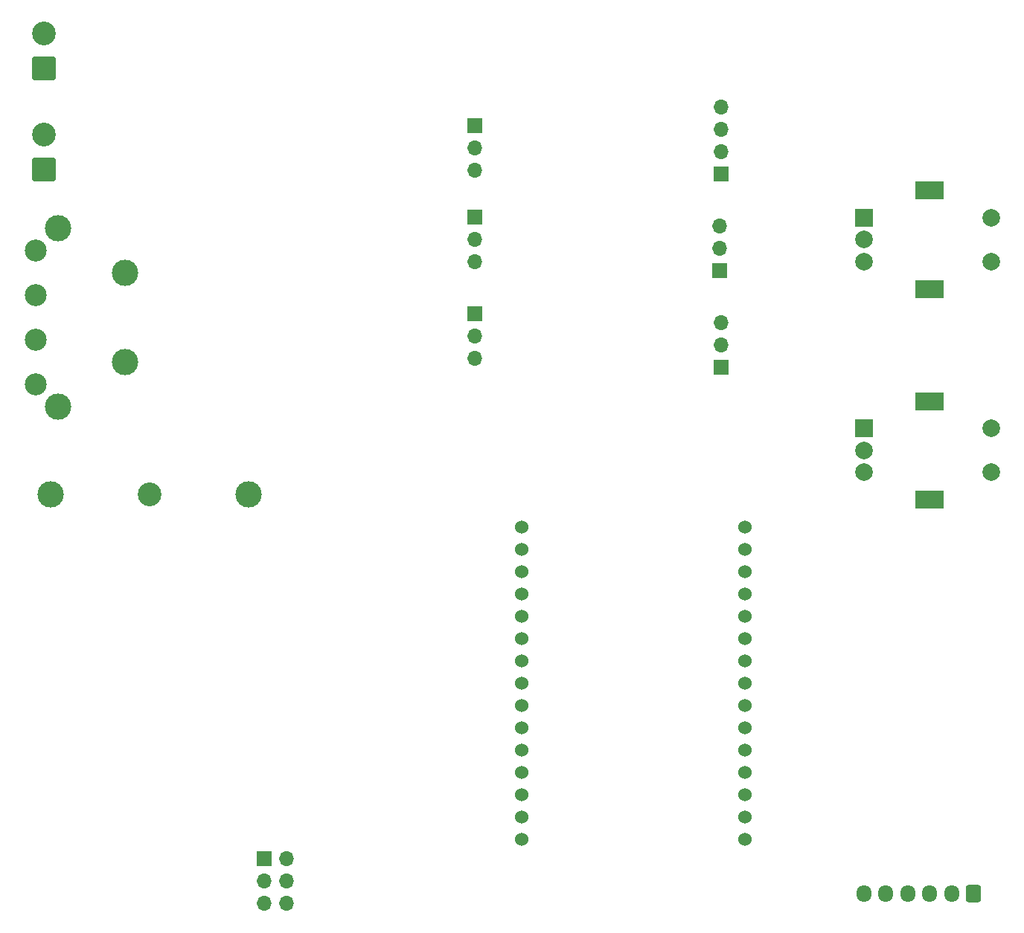
<source format=gbr>
%TF.GenerationSoftware,KiCad,Pcbnew,7.0.7*%
%TF.CreationDate,2023-09-16T18:25:32+02:00*%
%TF.ProjectId,dew_control_pcb,6465775f-636f-46e7-9472-6f6c5f706362,rev?*%
%TF.SameCoordinates,Original*%
%TF.FileFunction,Soldermask,Bot*%
%TF.FilePolarity,Negative*%
%FSLAX46Y46*%
G04 Gerber Fmt 4.6, Leading zero omitted, Abs format (unit mm)*
G04 Created by KiCad (PCBNEW 7.0.7) date 2023-09-16 18:25:32*
%MOMM*%
%LPD*%
G01*
G04 APERTURE LIST*
G04 Aperture macros list*
%AMRoundRect*
0 Rectangle with rounded corners*
0 $1 Rounding radius*
0 $2 $3 $4 $5 $6 $7 $8 $9 X,Y pos of 4 corners*
0 Add a 4 corners polygon primitive as box body*
4,1,4,$2,$3,$4,$5,$6,$7,$8,$9,$2,$3,0*
0 Add four circle primitives for the rounded corners*
1,1,$1+$1,$2,$3*
1,1,$1+$1,$4,$5*
1,1,$1+$1,$6,$7*
1,1,$1+$1,$8,$9*
0 Add four rect primitives between the rounded corners*
20,1,$1+$1,$2,$3,$4,$5,0*
20,1,$1+$1,$4,$5,$6,$7,0*
20,1,$1+$1,$6,$7,$8,$9,0*
20,1,$1+$1,$8,$9,$2,$3,0*%
G04 Aperture macros list end*
%ADD10R,1.700000X1.700000*%
%ADD11O,1.700000X1.700000*%
%ADD12RoundRect,0.250001X1.099999X-1.099999X1.099999X1.099999X-1.099999X1.099999X-1.099999X-1.099999X0*%
%ADD13C,2.700000*%
%ADD14R,2.000000X2.000000*%
%ADD15C,2.000000*%
%ADD16R,3.200000X2.000000*%
%ADD17C,2.500000*%
%ADD18C,3.000000*%
%ADD19RoundRect,0.250000X0.600000X0.725000X-0.600000X0.725000X-0.600000X-0.725000X0.600000X-0.725000X0*%
%ADD20O,1.700000X1.950000*%
%ADD21C,1.524000*%
G04 APERTURE END LIST*
D10*
%TO.C,J5*%
X94000000Y-119000000D03*
D11*
X96540000Y-119000000D03*
X94000000Y-121540000D03*
X96540000Y-121540000D03*
X94000000Y-124080000D03*
X96540000Y-124080000D03*
%TD*%
D12*
%TO.C,J2*%
X69000000Y-40480000D03*
D13*
X69000000Y-36520000D03*
%TD*%
D14*
%TO.C,SW1*%
X162250000Y-46000000D03*
D15*
X162250000Y-51000000D03*
X162250000Y-48500000D03*
D16*
X169750000Y-42900000D03*
X169750000Y-54100000D03*
D15*
X176750000Y-51000000D03*
X176750000Y-46000000D03*
%TD*%
D12*
%TO.C,J1*%
X69000000Y-29000000D03*
D13*
X69000000Y-25040000D03*
%TD*%
D10*
%TO.C,J32*%
X145875000Y-52025000D03*
D11*
X145875000Y-49485000D03*
X145875000Y-46945000D03*
%TD*%
D17*
%TO.C,J3*%
X68000000Y-65000000D03*
X68000000Y-59920000D03*
X68000000Y-54840000D03*
X68000000Y-49760000D03*
D18*
X70540000Y-67540000D03*
X78160000Y-62460000D03*
X78160000Y-52300000D03*
X70540000Y-47220000D03*
%TD*%
D19*
%TO.C,J11*%
X174750000Y-122950000D03*
D20*
X172250000Y-122950000D03*
X169750000Y-122950000D03*
X167250000Y-122950000D03*
X164750000Y-122950000D03*
X162250000Y-122950000D03*
%TD*%
D14*
%TO.C,SW2*%
X162250000Y-70000000D03*
D15*
X162250000Y-75000000D03*
X162250000Y-72500000D03*
D16*
X169750000Y-66900000D03*
X169750000Y-78100000D03*
D15*
X176750000Y-75000000D03*
X176750000Y-70000000D03*
%TD*%
D10*
%TO.C,J14*%
X118000000Y-45960000D03*
D11*
X118000000Y-48500000D03*
X118000000Y-51040000D03*
%TD*%
D10*
%TO.C,J13*%
X118000000Y-56975000D03*
D11*
X118000000Y-59515000D03*
X118000000Y-62055000D03*
%TD*%
D13*
%TO.C,F1*%
X81000000Y-77500000D03*
D18*
X69750000Y-77500000D03*
X92250000Y-77500000D03*
%TD*%
D10*
%TO.C,J12*%
X146000000Y-41040000D03*
D11*
X146000000Y-38500000D03*
X146000000Y-35960000D03*
X146000000Y-33420000D03*
%TD*%
D21*
%TO.C,IC1*%
X123300000Y-116780000D03*
X123300000Y-114240000D03*
X123300000Y-111700000D03*
X123300000Y-109160000D03*
X123300000Y-106620000D03*
X123300000Y-104080000D03*
X123300000Y-101540000D03*
X123300000Y-99000000D03*
X123300000Y-96460000D03*
X123300000Y-93920000D03*
X123300000Y-91380000D03*
X123300000Y-88840000D03*
X123300000Y-86300000D03*
X123300000Y-83760000D03*
X123300000Y-81220000D03*
X148700000Y-116780000D03*
X148700000Y-114240000D03*
X148700000Y-111700000D03*
X148700000Y-109160000D03*
X148700000Y-106620000D03*
X148700000Y-104080000D03*
X148700000Y-101540000D03*
X148700000Y-99000000D03*
X148700000Y-96460000D03*
X148700000Y-93920000D03*
X148700000Y-91380000D03*
X148700000Y-88840000D03*
X148700000Y-86300000D03*
X148700000Y-83760000D03*
X148700000Y-81220000D03*
%TD*%
D10*
%TO.C,J4*%
X118000000Y-35500000D03*
D11*
X118000000Y-38040000D03*
X118000000Y-40580000D03*
%TD*%
D10*
%TO.C,J31*%
X146000000Y-63040000D03*
D11*
X146000000Y-60500000D03*
X146000000Y-57960000D03*
%TD*%
M02*

</source>
